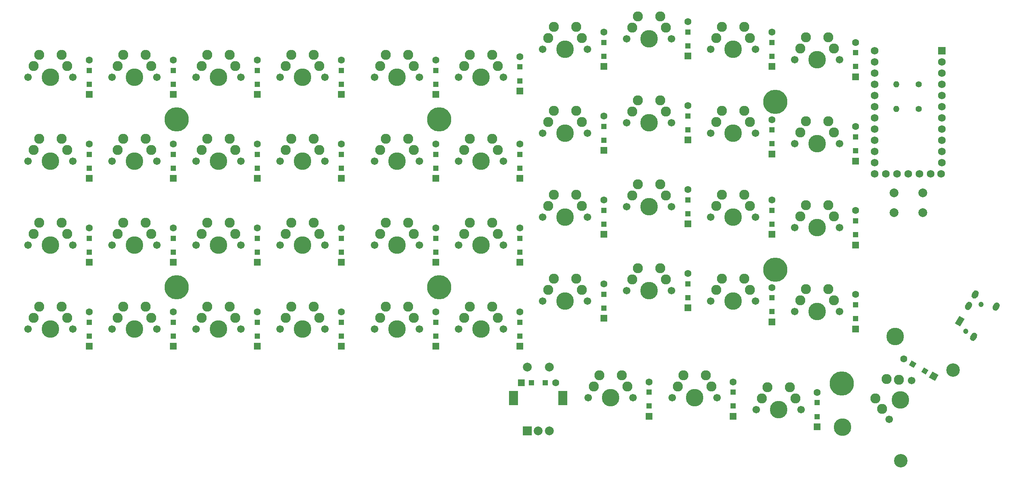
<source format=gbr>
%TF.GenerationSoftware,KiCad,Pcbnew,(5.1.9-0-10_14)*%
%TF.CreationDate,2021-04-26T22:39:47-05:00*%
%TF.ProjectId,wren-numpad,7772656e-2d6e-4756-9d70-61642e6b6963,rev?*%
%TF.SameCoordinates,Original*%
%TF.FileFunction,Soldermask,Bot*%
%TF.FilePolarity,Negative*%
%FSLAX46Y46*%
G04 Gerber Fmt 4.6, Leading zero omitted, Abs format (unit mm)*
G04 Created by KiCad (PCBNEW (5.1.9-0-10_14)) date 2021-04-26 22:39:47*
%MOMM*%
%LPD*%
G01*
G04 APERTURE LIST*
%ADD10C,3.048000*%
%ADD11C,3.987800*%
%ADD12C,1.701800*%
%ADD13C,2.286000*%
%ADD14C,1.752600*%
%ADD15R,1.752600X1.752600*%
%ADD16C,1.600000*%
%ADD17R,1.600000X1.600000*%
%ADD18R,1.200000X1.200000*%
%ADD19C,5.500000*%
%ADD20O,1.400000X1.400000*%
%ADD21C,1.400000*%
%ADD22C,0.100000*%
%ADD23C,2.000000*%
%ADD24R,2.000000X3.200000*%
%ADD25R,2.000000X2.000000*%
%ADD26C,1.200000*%
G04 APERTURE END LIST*
D10*
%TO.C,REF\u002A\u002A*%
X251483187Y-102946548D03*
X239583187Y-123557952D03*
D11*
X238284960Y-95326548D03*
X226384960Y-115937952D03*
%TD*%
D12*
%TO.C,MX21*%
X215582500Y-70643750D03*
X225742500Y-70643750D03*
D13*
X216852500Y-68103750D03*
D11*
X220662500Y-70643750D03*
D13*
X223202500Y-65563750D03*
X218122500Y-65563750D03*
X224472500Y-68103750D03*
%TD*%
D12*
%TO.C,MX41*%
X236944000Y-114159159D03*
X242024000Y-105360341D03*
D13*
X235379295Y-111789307D03*
D11*
X239484000Y-109759750D03*
D13*
X236354591Y-105020045D03*
X233814591Y-109419455D03*
X239189295Y-105190193D03*
%TD*%
D12*
%TO.C,MX10*%
X41751250Y-36512500D03*
X51911250Y-36512500D03*
D13*
X43021250Y-33972500D03*
D11*
X46831250Y-36512500D03*
D13*
X49371250Y-31432500D03*
X44291250Y-31432500D03*
X50641250Y-33972500D03*
%TD*%
D12*
%TO.C,MX15*%
X139382500Y-55562500D03*
X149542500Y-55562500D03*
D13*
X140652500Y-53022500D03*
D11*
X144462500Y-55562500D03*
D13*
X147002500Y-50482500D03*
X141922500Y-50482500D03*
X148272500Y-53022500D03*
%TD*%
D12*
%TO.C,MX44*%
X168745000Y-109251750D03*
X178905000Y-109251750D03*
D13*
X170015000Y-106711750D03*
D11*
X173825000Y-109251750D03*
D13*
X176365000Y-104171750D03*
X171285000Y-104171750D03*
X177635000Y-106711750D03*
%TD*%
D12*
%TO.C,MX43*%
X187795000Y-109251750D03*
X197955000Y-109251750D03*
D13*
X189065000Y-106711750D03*
D11*
X192875000Y-109251750D03*
D13*
X195415000Y-104171750D03*
X190335000Y-104171750D03*
X196685000Y-106711750D03*
%TD*%
D12*
%TO.C,MX42*%
X206845000Y-111918750D03*
X217005000Y-111918750D03*
D13*
X208115000Y-109378750D03*
D11*
X211925000Y-111918750D03*
D13*
X214465000Y-106838750D03*
X209385000Y-106838750D03*
X215735000Y-109378750D03*
%TD*%
D12*
%TO.C,MX40*%
X41751250Y-93662500D03*
X51911250Y-93662500D03*
D13*
X43021250Y-91122500D03*
D11*
X46831250Y-93662500D03*
D13*
X49371250Y-88582500D03*
X44291250Y-88582500D03*
X50641250Y-91122500D03*
%TD*%
D12*
%TO.C,MX39*%
X60801250Y-93662500D03*
X70961250Y-93662500D03*
D13*
X62071250Y-91122500D03*
D11*
X65881250Y-93662500D03*
D13*
X68421250Y-88582500D03*
X63341250Y-88582500D03*
X69691250Y-91122500D03*
%TD*%
D12*
%TO.C,MX38*%
X79851250Y-93662500D03*
X90011250Y-93662500D03*
D13*
X81121250Y-91122500D03*
D11*
X84931250Y-93662500D03*
D13*
X87471250Y-88582500D03*
X82391250Y-88582500D03*
X88741250Y-91122500D03*
%TD*%
D12*
%TO.C,MX37*%
X98901250Y-93662500D03*
X109061250Y-93662500D03*
D13*
X100171250Y-91122500D03*
D11*
X103981250Y-93662500D03*
D13*
X106521250Y-88582500D03*
X101441250Y-88582500D03*
X107791250Y-91122500D03*
%TD*%
D12*
%TO.C,MX36*%
X120332500Y-93662500D03*
X130492500Y-93662500D03*
D13*
X121602500Y-91122500D03*
D11*
X125412500Y-93662500D03*
D13*
X127952500Y-88582500D03*
X122872500Y-88582500D03*
X129222500Y-91122500D03*
%TD*%
D12*
%TO.C,MX35*%
X139382500Y-93662500D03*
X149542500Y-93662500D03*
D13*
X140652500Y-91122500D03*
D11*
X144462500Y-93662500D03*
D13*
X147002500Y-88582500D03*
X141922500Y-88582500D03*
X148272500Y-91122500D03*
%TD*%
D12*
%TO.C,MX34*%
X158432500Y-87312500D03*
X168592500Y-87312500D03*
D13*
X159702500Y-84772500D03*
D11*
X163512500Y-87312500D03*
D13*
X166052500Y-82232500D03*
X160972500Y-82232500D03*
X167322500Y-84772500D03*
%TD*%
D12*
%TO.C,MX33*%
X177482500Y-84931250D03*
X187642500Y-84931250D03*
D13*
X178752500Y-82391250D03*
D11*
X182562500Y-84931250D03*
D13*
X185102500Y-79851250D03*
X180022500Y-79851250D03*
X186372500Y-82391250D03*
%TD*%
D12*
%TO.C,MX32*%
X196532500Y-87312500D03*
X206692500Y-87312500D03*
D13*
X197802500Y-84772500D03*
D11*
X201612500Y-87312500D03*
D13*
X204152500Y-82232500D03*
X199072500Y-82232500D03*
X205422500Y-84772500D03*
%TD*%
D12*
%TO.C,MX31*%
X215582500Y-89693750D03*
X225742500Y-89693750D03*
D13*
X216852500Y-87153750D03*
D11*
X220662500Y-89693750D03*
D13*
X223202500Y-84613750D03*
X218122500Y-84613750D03*
X224472500Y-87153750D03*
%TD*%
D12*
%TO.C,MX30*%
X41751250Y-74612500D03*
X51911250Y-74612500D03*
D13*
X43021250Y-72072500D03*
D11*
X46831250Y-74612500D03*
D13*
X49371250Y-69532500D03*
X44291250Y-69532500D03*
X50641250Y-72072500D03*
%TD*%
D12*
%TO.C,MX29*%
X60801250Y-74612500D03*
X70961250Y-74612500D03*
D13*
X62071250Y-72072500D03*
D11*
X65881250Y-74612500D03*
D13*
X68421250Y-69532500D03*
X63341250Y-69532500D03*
X69691250Y-72072500D03*
%TD*%
D12*
%TO.C,MX28*%
X79851250Y-74612500D03*
X90011250Y-74612500D03*
D13*
X81121250Y-72072500D03*
D11*
X84931250Y-74612500D03*
D13*
X87471250Y-69532500D03*
X82391250Y-69532500D03*
X88741250Y-72072500D03*
%TD*%
D12*
%TO.C,MX27*%
X98901250Y-74612500D03*
X109061250Y-74612500D03*
D13*
X100171250Y-72072500D03*
D11*
X103981250Y-74612500D03*
D13*
X106521250Y-69532500D03*
X101441250Y-69532500D03*
X107791250Y-72072500D03*
%TD*%
D12*
%TO.C,MX26*%
X120332500Y-74612500D03*
X130492500Y-74612500D03*
D13*
X121602500Y-72072500D03*
D11*
X125412500Y-74612500D03*
D13*
X127952500Y-69532500D03*
X122872500Y-69532500D03*
X129222500Y-72072500D03*
%TD*%
D12*
%TO.C,MX25*%
X139382500Y-74612500D03*
X149542500Y-74612500D03*
D13*
X140652500Y-72072500D03*
D11*
X144462500Y-74612500D03*
D13*
X147002500Y-69532500D03*
X141922500Y-69532500D03*
X148272500Y-72072500D03*
%TD*%
D12*
%TO.C,MX24*%
X158432500Y-68262500D03*
X168592500Y-68262500D03*
D13*
X159702500Y-65722500D03*
D11*
X163512500Y-68262500D03*
D13*
X166052500Y-63182500D03*
X160972500Y-63182500D03*
X167322500Y-65722500D03*
%TD*%
D12*
%TO.C,MX23*%
X177482500Y-65881250D03*
X187642500Y-65881250D03*
D13*
X178752500Y-63341250D03*
D11*
X182562500Y-65881250D03*
D13*
X185102500Y-60801250D03*
X180022500Y-60801250D03*
X186372500Y-63341250D03*
%TD*%
D12*
%TO.C,MX22*%
X196532500Y-68262500D03*
X206692500Y-68262500D03*
D13*
X197802500Y-65722500D03*
D11*
X201612500Y-68262500D03*
D13*
X204152500Y-63182500D03*
X199072500Y-63182500D03*
X205422500Y-65722500D03*
%TD*%
D12*
%TO.C,MX20*%
X41751250Y-55562500D03*
X51911250Y-55562500D03*
D13*
X43021250Y-53022500D03*
D11*
X46831250Y-55562500D03*
D13*
X49371250Y-50482500D03*
X44291250Y-50482500D03*
X50641250Y-53022500D03*
%TD*%
D12*
%TO.C,MX19*%
X60801250Y-55562500D03*
X70961250Y-55562500D03*
D13*
X62071250Y-53022500D03*
D11*
X65881250Y-55562500D03*
D13*
X68421250Y-50482500D03*
X63341250Y-50482500D03*
X69691250Y-53022500D03*
%TD*%
D12*
%TO.C,MX18*%
X79851250Y-55562500D03*
X90011250Y-55562500D03*
D13*
X81121250Y-53022500D03*
D11*
X84931250Y-55562500D03*
D13*
X87471250Y-50482500D03*
X82391250Y-50482500D03*
X88741250Y-53022500D03*
%TD*%
D12*
%TO.C,MX17*%
X98901250Y-55562500D03*
X109061250Y-55562500D03*
D13*
X100171250Y-53022500D03*
D11*
X103981250Y-55562500D03*
D13*
X106521250Y-50482500D03*
X101441250Y-50482500D03*
X107791250Y-53022500D03*
%TD*%
D12*
%TO.C,MX16*%
X120332500Y-55562500D03*
X130492500Y-55562500D03*
D13*
X121602500Y-53022500D03*
D11*
X125412500Y-55562500D03*
D13*
X127952500Y-50482500D03*
X122872500Y-50482500D03*
X129222500Y-53022500D03*
%TD*%
D12*
%TO.C,MX14*%
X158432500Y-49212500D03*
X168592500Y-49212500D03*
D13*
X159702500Y-46672500D03*
D11*
X163512500Y-49212500D03*
D13*
X166052500Y-44132500D03*
X160972500Y-44132500D03*
X167322500Y-46672500D03*
%TD*%
D12*
%TO.C,MX13*%
X177482500Y-46831250D03*
X187642500Y-46831250D03*
D13*
X178752500Y-44291250D03*
D11*
X182562500Y-46831250D03*
D13*
X185102500Y-41751250D03*
X180022500Y-41751250D03*
X186372500Y-44291250D03*
%TD*%
D12*
%TO.C,MX12*%
X196532500Y-49212500D03*
X206692500Y-49212500D03*
D13*
X197802500Y-46672500D03*
D11*
X201612500Y-49212500D03*
D13*
X204152500Y-44132500D03*
X199072500Y-44132500D03*
X205422500Y-46672500D03*
%TD*%
D12*
%TO.C,MX11*%
X215582500Y-51593750D03*
X225742500Y-51593750D03*
D13*
X216852500Y-49053750D03*
D11*
X220662500Y-51593750D03*
D13*
X223202500Y-46513750D03*
X218122500Y-46513750D03*
X224472500Y-49053750D03*
%TD*%
D12*
%TO.C,MX9*%
X60801250Y-36512500D03*
X70961250Y-36512500D03*
D13*
X62071250Y-33972500D03*
D11*
X65881250Y-36512500D03*
D13*
X68421250Y-31432500D03*
X63341250Y-31432500D03*
X69691250Y-33972500D03*
%TD*%
D12*
%TO.C,MX8*%
X79851250Y-36512500D03*
X90011250Y-36512500D03*
D13*
X81121250Y-33972500D03*
D11*
X84931250Y-36512500D03*
D13*
X87471250Y-31432500D03*
X82391250Y-31432500D03*
X88741250Y-33972500D03*
%TD*%
D12*
%TO.C,MX7*%
X98901250Y-36512500D03*
X109061250Y-36512500D03*
D13*
X100171250Y-33972500D03*
D11*
X103981250Y-36512500D03*
D13*
X106521250Y-31432500D03*
X101441250Y-31432500D03*
X107791250Y-33972500D03*
%TD*%
D12*
%TO.C,MX6*%
X120332500Y-36512500D03*
X130492500Y-36512500D03*
D13*
X121602500Y-33972500D03*
D11*
X125412500Y-36512500D03*
D13*
X127952500Y-31432500D03*
X122872500Y-31432500D03*
X129222500Y-33972500D03*
%TD*%
D12*
%TO.C,MX5*%
X139382500Y-36512500D03*
X149542500Y-36512500D03*
D13*
X140652500Y-33972500D03*
D11*
X144462500Y-36512500D03*
D13*
X147002500Y-31432500D03*
X141922500Y-31432500D03*
X148272500Y-33972500D03*
%TD*%
D12*
%TO.C,MX4*%
X158432500Y-30162500D03*
X168592500Y-30162500D03*
D13*
X159702500Y-27622500D03*
D11*
X163512500Y-30162500D03*
D13*
X166052500Y-25082500D03*
X160972500Y-25082500D03*
X167322500Y-27622500D03*
%TD*%
D12*
%TO.C,MX3*%
X177482500Y-27781250D03*
X187642500Y-27781250D03*
D13*
X178752500Y-25241250D03*
D11*
X182562500Y-27781250D03*
D13*
X185102500Y-22701250D03*
X180022500Y-22701250D03*
X186372500Y-25241250D03*
%TD*%
D12*
%TO.C,MX2*%
X196532500Y-30162500D03*
X206692500Y-30162500D03*
D13*
X197802500Y-27622500D03*
D11*
X201612500Y-30162500D03*
D13*
X204152500Y-25082500D03*
X199072500Y-25082500D03*
X205422500Y-27622500D03*
%TD*%
D12*
%TO.C,MX1*%
X215582500Y-32543750D03*
X225742500Y-32543750D03*
D13*
X216852500Y-30003750D03*
D11*
X220662500Y-32543750D03*
D13*
X223202500Y-27463750D03*
X218122500Y-27463750D03*
X224472500Y-30003750D03*
%TD*%
D14*
%TO.C,U1*%
X246380000Y-58420000D03*
X243840000Y-58420000D03*
X241300000Y-58420000D03*
X238760000Y-58420000D03*
X236220000Y-58420000D03*
X233680000Y-30480000D03*
X248691400Y-58420000D03*
X233680000Y-33020000D03*
X233680000Y-35560000D03*
X233680000Y-38100000D03*
X233680000Y-40640000D03*
X233680000Y-43180000D03*
X233680000Y-45720000D03*
X233680000Y-48260000D03*
X233680000Y-50800000D03*
X233680000Y-53340000D03*
X233680000Y-55880000D03*
X233680000Y-58420000D03*
X248920000Y-55880000D03*
X248920000Y-53340000D03*
X248920000Y-50800000D03*
X248920000Y-48260000D03*
X248920000Y-45720000D03*
X248920000Y-43180000D03*
X248920000Y-40640000D03*
X248920000Y-38100000D03*
X248920000Y-35560000D03*
X248920000Y-33020000D03*
D15*
X248920000Y-30480000D03*
%TD*%
D16*
%TO.C,D43*%
X201609500Y-105637500D03*
D17*
X201609500Y-113437500D03*
D18*
X201609500Y-111112500D03*
X201609500Y-107962500D03*
%TD*%
D19*
%TO.C,H7*%
X226250500Y-106013250D03*
%TD*%
%TO.C,H6*%
X211137500Y-80168750D03*
%TD*%
%TO.C,H5*%
X134937500Y-84137500D03*
%TD*%
%TO.C,H4*%
X75446000Y-84137500D03*
%TD*%
%TO.C,H3*%
X211137500Y-42068750D03*
%TD*%
%TO.C,H2*%
X134937500Y-46037500D03*
%TD*%
%TO.C,H1*%
X75446000Y-46037500D03*
%TD*%
D20*
%TO.C,R2*%
X238585000Y-43656250D03*
D21*
X243665000Y-43656250D03*
%TD*%
D20*
%TO.C,R1*%
X238585000Y-38100000D03*
D21*
X243665000Y-38100000D03*
%TD*%
D16*
%TO.C,D45*%
X161342000Y-105822750D03*
D17*
X153542000Y-105822750D03*
D18*
X155867000Y-105822750D03*
X159017000Y-105822750D03*
%TD*%
D16*
%TO.C,D44*%
X182562500Y-105637500D03*
D17*
X182562500Y-113437500D03*
D18*
X182562500Y-111112500D03*
X182562500Y-107962500D03*
%TD*%
D16*
%TO.C,D42*%
X220653500Y-108018750D03*
D17*
X220653500Y-115818750D03*
D18*
X220653500Y-113493750D03*
X220653500Y-110343750D03*
%TD*%
D16*
%TO.C,D41*%
X240290501Y-100443750D03*
D22*
G36*
X248138319Y-104050930D02*
G01*
X247338319Y-105436570D01*
X245952679Y-104636570D01*
X246752679Y-103250930D01*
X248138319Y-104050930D01*
G37*
G36*
X245851605Y-102961635D02*
G01*
X245251605Y-104000865D01*
X244212375Y-103400865D01*
X244812375Y-102361635D01*
X245851605Y-102961635D01*
G37*
G36*
X243123625Y-101386635D02*
G01*
X242523625Y-102425865D01*
X241484395Y-101825865D01*
X242084395Y-100786635D01*
X243123625Y-101386635D01*
G37*
%TD*%
D16*
%TO.C,D40*%
X55605500Y-89762500D03*
D17*
X55605500Y-97562500D03*
D18*
X55605500Y-95237500D03*
X55605500Y-92087500D03*
%TD*%
D16*
%TO.C,D39*%
X74649500Y-89762500D03*
D17*
X74649500Y-97562500D03*
D18*
X74649500Y-95237500D03*
X74649500Y-92087500D03*
%TD*%
D16*
%TO.C,D38*%
X93693500Y-89750000D03*
D17*
X93693500Y-97550000D03*
D18*
X93693500Y-95225000D03*
X93693500Y-92075000D03*
%TD*%
D16*
%TO.C,D37*%
X112737500Y-89762500D03*
D17*
X112737500Y-97562500D03*
D18*
X112737500Y-95237500D03*
X112737500Y-92087500D03*
%TD*%
D16*
%TO.C,D36*%
X134162000Y-89762500D03*
D17*
X134162000Y-97562500D03*
D18*
X134162000Y-95237500D03*
X134162000Y-92087500D03*
%TD*%
D16*
%TO.C,D35*%
X153206000Y-89762500D03*
D17*
X153206000Y-97562500D03*
D18*
X153206000Y-95237500D03*
X153206000Y-92087500D03*
%TD*%
D16*
%TO.C,D34*%
X172250000Y-83412500D03*
D17*
X172250000Y-91212500D03*
D18*
X172250000Y-88887500D03*
X172250000Y-85737500D03*
%TD*%
D16*
%TO.C,D33*%
X191294000Y-81031250D03*
D17*
X191294000Y-88831250D03*
D18*
X191294000Y-86506250D03*
X191294000Y-83356250D03*
%TD*%
D16*
%TO.C,D32*%
X210338000Y-84206250D03*
D17*
X210338000Y-92006250D03*
D18*
X210338000Y-89681250D03*
X210338000Y-86531250D03*
%TD*%
D16*
%TO.C,D31*%
X229382000Y-85793750D03*
D17*
X229382000Y-93593750D03*
D18*
X229382000Y-91268750D03*
X229382000Y-88118750D03*
%TD*%
D16*
%TO.C,D30*%
X55605500Y-70712500D03*
D17*
X55605500Y-78512500D03*
D18*
X55605500Y-76187500D03*
X55605500Y-73037500D03*
%TD*%
D16*
%TO.C,D29*%
X74649500Y-70712500D03*
D17*
X74649500Y-78512500D03*
D18*
X74649500Y-76187500D03*
X74649500Y-73037500D03*
%TD*%
D16*
%TO.C,D28*%
X93693500Y-70712500D03*
D17*
X93693500Y-78512500D03*
D18*
X93693500Y-76187500D03*
X93693500Y-73037500D03*
%TD*%
D16*
%TO.C,D27*%
X112737500Y-70712500D03*
D17*
X112737500Y-78512500D03*
D18*
X112737500Y-76187500D03*
X112737500Y-73037500D03*
%TD*%
D16*
%TO.C,D26*%
X134162000Y-70712500D03*
D17*
X134162000Y-78512500D03*
D18*
X134162000Y-76187500D03*
X134162000Y-73037500D03*
%TD*%
D16*
%TO.C,D25*%
X153206000Y-70712500D03*
D17*
X153206000Y-78512500D03*
D18*
X153206000Y-76187500D03*
X153206000Y-73037500D03*
%TD*%
D16*
%TO.C,D24*%
X172250000Y-64362500D03*
D17*
X172250000Y-72162500D03*
D18*
X172250000Y-69837500D03*
X172250000Y-66687500D03*
%TD*%
D16*
%TO.C,D23*%
X191294000Y-61981250D03*
D17*
X191294000Y-69781250D03*
D18*
X191294000Y-67456250D03*
X191294000Y-64306250D03*
%TD*%
D16*
%TO.C,D22*%
X210338000Y-64362500D03*
D17*
X210338000Y-72162500D03*
D18*
X210338000Y-69837500D03*
X210338000Y-66687500D03*
%TD*%
D16*
%TO.C,D21*%
X229382000Y-66743750D03*
D17*
X229382000Y-74543750D03*
D18*
X229382000Y-72218750D03*
X229382000Y-69068750D03*
%TD*%
D16*
%TO.C,D20*%
X55605500Y-51662500D03*
D17*
X55605500Y-59462500D03*
D18*
X55605500Y-57137500D03*
X55605500Y-53987500D03*
%TD*%
D16*
%TO.C,D19*%
X74649500Y-51662500D03*
D17*
X74649500Y-59462500D03*
D18*
X74649500Y-57137500D03*
X74649500Y-53987500D03*
%TD*%
D16*
%TO.C,D18*%
X93693500Y-51662500D03*
D17*
X93693500Y-59462500D03*
D18*
X93693500Y-57137500D03*
X93693500Y-53987500D03*
%TD*%
D16*
%TO.C,D17*%
X112737500Y-51662500D03*
D17*
X112737500Y-59462500D03*
D18*
X112737500Y-57137500D03*
X112737500Y-53987500D03*
%TD*%
D16*
%TO.C,D16*%
X134162000Y-51662500D03*
D17*
X134162000Y-59462500D03*
D18*
X134162000Y-57137500D03*
X134162000Y-53987500D03*
%TD*%
D16*
%TO.C,D15*%
X153206000Y-51662500D03*
D17*
X153206000Y-59462500D03*
D18*
X153206000Y-57137500D03*
X153206000Y-53987500D03*
%TD*%
D16*
%TO.C,D14*%
X172250000Y-45312500D03*
D17*
X172250000Y-53112500D03*
D18*
X172250000Y-50787500D03*
X172250000Y-47637500D03*
%TD*%
D16*
%TO.C,D13*%
X191294000Y-42931250D03*
D17*
X191294000Y-50731250D03*
D18*
X191294000Y-48406250D03*
X191294000Y-45256250D03*
%TD*%
D16*
%TO.C,D12*%
X210338000Y-46106250D03*
D17*
X210338000Y-53906250D03*
D18*
X210338000Y-51581250D03*
X210338000Y-48431250D03*
%TD*%
D16*
%TO.C,D11*%
X229382000Y-47693750D03*
D17*
X229382000Y-55493750D03*
D18*
X229382000Y-53168750D03*
X229382000Y-50018750D03*
%TD*%
D16*
%TO.C,D10*%
X55605500Y-32612500D03*
D17*
X55605500Y-40412500D03*
D18*
X55605500Y-38087500D03*
X55605500Y-34937500D03*
%TD*%
D16*
%TO.C,D9*%
X74649500Y-32612500D03*
D17*
X74649500Y-40412500D03*
D18*
X74649500Y-38087500D03*
X74649500Y-34937500D03*
%TD*%
D16*
%TO.C,D8*%
X93693500Y-32612500D03*
D17*
X93693500Y-40412500D03*
D18*
X93693500Y-38087500D03*
X93693500Y-34937500D03*
%TD*%
D16*
%TO.C,D7*%
X112737500Y-32612500D03*
D17*
X112737500Y-40412500D03*
D18*
X112737500Y-38087500D03*
X112737500Y-34937500D03*
%TD*%
D16*
%TO.C,D6*%
X134162000Y-32612500D03*
D17*
X134162000Y-40412500D03*
D18*
X134162000Y-38087500D03*
X134162000Y-34937500D03*
%TD*%
D16*
%TO.C,D5*%
X153206000Y-31818750D03*
D17*
X153206000Y-39618750D03*
D18*
X153206000Y-37293750D03*
X153206000Y-34143750D03*
%TD*%
D16*
%TO.C,D4*%
X172250000Y-26262500D03*
D17*
X172250000Y-34062500D03*
D18*
X172250000Y-31737500D03*
X172250000Y-28587500D03*
%TD*%
D16*
%TO.C,D3*%
X191294000Y-23881250D03*
D17*
X191294000Y-31681250D03*
D18*
X191294000Y-29356250D03*
X191294000Y-26206250D03*
%TD*%
D16*
%TO.C,D2*%
X210338000Y-26262500D03*
D17*
X210338000Y-34062500D03*
D18*
X210338000Y-31737500D03*
X210338000Y-28587500D03*
%TD*%
D16*
%TO.C,D1*%
X229382000Y-28581250D03*
D17*
X229382000Y-36381250D03*
D18*
X229382000Y-34056250D03*
X229382000Y-30906250D03*
%TD*%
D23*
%TO.C,ENC1*%
X159902000Y-102266750D03*
X154902000Y-102266750D03*
D24*
X163002000Y-109266750D03*
X151802000Y-109266750D03*
D23*
X159902000Y-116766750D03*
X157402000Y-116766750D03*
D25*
X154902000Y-116766750D03*
%TD*%
D23*
%TO.C,SW0*%
X244561500Y-62706250D03*
X244561500Y-67206250D03*
X238061500Y-62706250D03*
X238061500Y-67206250D03*
%TD*%
D26*
%TO.C,J1*%
X254287858Y-94128583D03*
X257787858Y-88066405D03*
G36*
G01*
X256946000Y-84924546D02*
X256946000Y-84924546D01*
G75*
G02*
X257202218Y-85880764I-350000J-606218D01*
G01*
X256902218Y-86400380D01*
G75*
G02*
X255946000Y-86656598I-606218J350000D01*
G01*
X255946000Y-86656598D01*
G75*
G02*
X255689782Y-85700380I350000J606218D01*
G01*
X255989782Y-85180764D01*
G75*
G02*
X256946000Y-84924546I606218J-350000D01*
G01*
G37*
G36*
G01*
X255446000Y-87522622D02*
X255446000Y-87522622D01*
G75*
G02*
X255702218Y-88478840I-350000J-606218D01*
G01*
X255402218Y-88998456D01*
G75*
G02*
X254446000Y-89254674I-606218J350000D01*
G01*
X254446000Y-89254674D01*
G75*
G02*
X254189782Y-88298456I350000J606218D01*
G01*
X254489782Y-87778840D01*
G75*
G02*
X255446000Y-87522622I606218J-350000D01*
G01*
G37*
D22*
G36*
X252839782Y-90636725D02*
G01*
X254052218Y-91336725D01*
X253052218Y-93068775D01*
X251839782Y-92368775D01*
X252839782Y-90636725D01*
G37*
G36*
G01*
X256593114Y-94535762D02*
X256593114Y-94535762D01*
G75*
G02*
X256849332Y-95491980I-350000J-606218D01*
G01*
X256549332Y-96011596D01*
G75*
G02*
X255593114Y-96267814I-606218J350000D01*
G01*
X255593114Y-96267814D01*
G75*
G02*
X255336896Y-95311596I350000J606218D01*
G01*
X255636896Y-94791980D01*
G75*
G02*
X256593114Y-94535762I606218J-350000D01*
G01*
G37*
G36*
G01*
X261709140Y-87674546D02*
X261709140Y-87674546D01*
G75*
G02*
X261965358Y-88630764I-350000J-606218D01*
G01*
X261665358Y-89150380D01*
G75*
G02*
X260709140Y-89406598I-606218J350000D01*
G01*
X260709140Y-89406598D01*
G75*
G02*
X260452922Y-88450380I350000J606218D01*
G01*
X260752922Y-87930764D01*
G75*
G02*
X261709140Y-87674546I606218J-350000D01*
G01*
G37*
%TD*%
M02*

</source>
